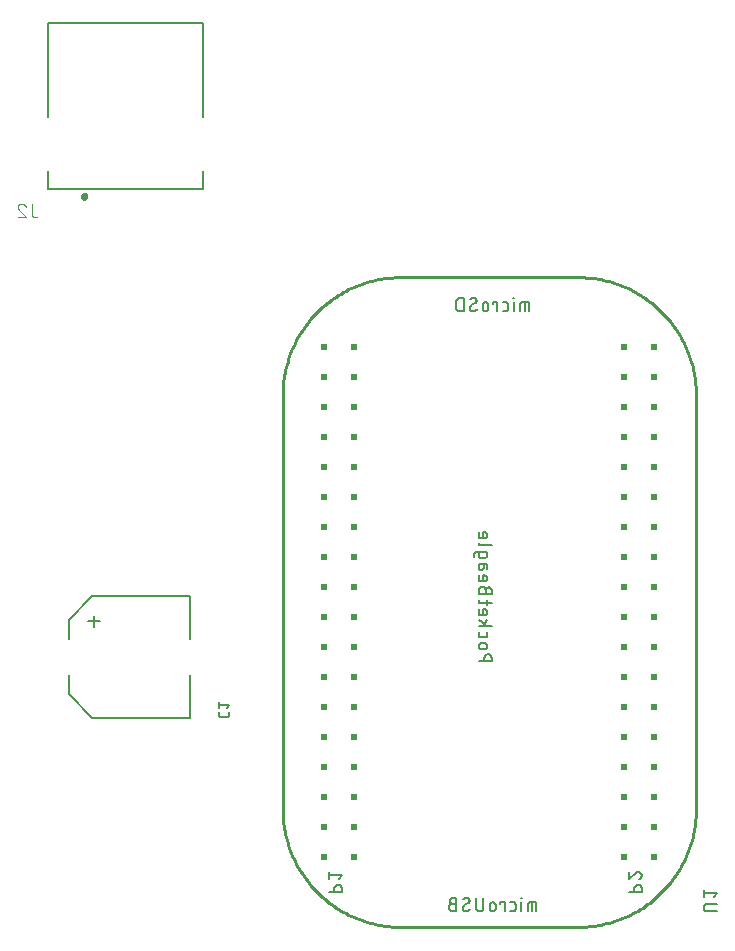
<source format=gbr>
G04 EAGLE Gerber RS-274X export*
G75*
%MOMM*%
%FSLAX34Y34*%
%LPD*%
%INSilkscreen Bottom*%
%IPPOS*%
%AMOC8*
5,1,8,0,0,1.08239X$1,22.5*%
G01*
%ADD10R,0.508000X0.508000*%
%ADD11C,0.254000*%
%ADD12C,0.152400*%
%ADD13C,0.127000*%
%ADD14C,0.300000*%
%ADD15C,0.101600*%


D10*
X469640Y59100D03*
X495040Y59100D03*
X495040Y84500D03*
X469640Y84500D03*
X495040Y109900D03*
X469640Y109900D03*
X495040Y135300D03*
X495040Y160700D03*
X495040Y186100D03*
X469640Y135300D03*
X469640Y160700D03*
X469640Y186100D03*
X495040Y211500D03*
X469640Y211500D03*
X495040Y236900D03*
X469640Y236900D03*
X495040Y262300D03*
X469640Y262300D03*
X495040Y287700D03*
X469640Y287700D03*
X495040Y313100D03*
X469640Y313100D03*
X495040Y338500D03*
X469640Y338500D03*
X495040Y363900D03*
X469640Y363900D03*
X495040Y389300D03*
X469640Y389300D03*
X495040Y414700D03*
X469640Y414700D03*
X495040Y440100D03*
X469640Y440100D03*
X495040Y465500D03*
X469640Y465500D03*
X495040Y490900D03*
X469640Y490900D03*
X723640Y59100D03*
X749040Y59100D03*
X749040Y84500D03*
X723640Y84500D03*
X749040Y109900D03*
X723640Y109900D03*
X749040Y135300D03*
X749040Y160700D03*
X749040Y186100D03*
X723640Y135300D03*
X723640Y160700D03*
X723640Y186100D03*
X749040Y211500D03*
X723640Y211500D03*
X749040Y236900D03*
X723640Y236900D03*
X749040Y262300D03*
X723640Y262300D03*
X749040Y287700D03*
X723640Y287700D03*
X749040Y313100D03*
X723640Y313100D03*
X749040Y338500D03*
X723640Y338500D03*
X749040Y363900D03*
X723640Y363900D03*
X749040Y389300D03*
X723640Y389300D03*
X749040Y414700D03*
X723640Y414700D03*
X749040Y440100D03*
X723640Y440100D03*
X749040Y465500D03*
X723640Y465500D03*
X749040Y490900D03*
X723640Y490900D03*
D11*
X784340Y450000D02*
X784340Y100000D01*
X784311Y97584D01*
X784223Y95169D01*
X784077Y92757D01*
X783873Y90349D01*
X783611Y87946D01*
X783291Y85551D01*
X782913Y83164D01*
X782477Y80787D01*
X781984Y78422D01*
X781434Y76068D01*
X780828Y73729D01*
X780165Y71405D01*
X779446Y69098D01*
X778671Y66809D01*
X777842Y64540D01*
X776957Y62291D01*
X776019Y60064D01*
X775027Y57860D01*
X773983Y55681D01*
X772886Y53528D01*
X771737Y51402D01*
X770537Y49304D01*
X769287Y47236D01*
X767987Y45199D01*
X766638Y43194D01*
X765242Y41221D01*
X763798Y39284D01*
X762307Y37381D01*
X760772Y35516D01*
X759191Y33688D01*
X757567Y31898D01*
X755900Y30149D01*
X754191Y28440D01*
X752442Y26773D01*
X750652Y25149D01*
X748824Y23568D01*
X746959Y22033D01*
X745056Y20542D01*
X743119Y19098D01*
X741146Y17702D01*
X739141Y16353D01*
X737104Y15053D01*
X735036Y13803D01*
X732938Y12603D01*
X730812Y11454D01*
X728659Y10357D01*
X726480Y9313D01*
X724276Y8321D01*
X722049Y7383D01*
X719800Y6498D01*
X717531Y5669D01*
X715242Y4894D01*
X712935Y4175D01*
X710611Y3512D01*
X708272Y2906D01*
X705918Y2356D01*
X703553Y1863D01*
X701176Y1427D01*
X698789Y1049D01*
X696394Y729D01*
X693991Y467D01*
X691583Y263D01*
X689171Y117D01*
X686756Y29D01*
X684340Y0D01*
X534340Y0D01*
X531924Y29D01*
X529509Y117D01*
X527097Y263D01*
X524689Y467D01*
X522286Y729D01*
X519891Y1049D01*
X517504Y1427D01*
X515127Y1863D01*
X512762Y2356D01*
X510408Y2906D01*
X508069Y3512D01*
X505745Y4175D01*
X503438Y4894D01*
X501149Y5669D01*
X498880Y6498D01*
X496631Y7383D01*
X494404Y8321D01*
X492200Y9313D01*
X490021Y10357D01*
X487868Y11454D01*
X485742Y12603D01*
X483644Y13803D01*
X481576Y15053D01*
X479539Y16353D01*
X477534Y17702D01*
X475561Y19098D01*
X473624Y20542D01*
X471721Y22033D01*
X469856Y23568D01*
X468028Y25149D01*
X466238Y26773D01*
X464489Y28440D01*
X462780Y30149D01*
X461113Y31898D01*
X459489Y33688D01*
X457908Y35516D01*
X456373Y37381D01*
X454882Y39284D01*
X453438Y41221D01*
X452042Y43194D01*
X450693Y45199D01*
X449393Y47236D01*
X448143Y49304D01*
X446943Y51402D01*
X445794Y53528D01*
X444697Y55681D01*
X443653Y57860D01*
X442661Y60064D01*
X441723Y62291D01*
X440838Y64540D01*
X440009Y66809D01*
X439234Y69098D01*
X438515Y71405D01*
X437852Y73729D01*
X437246Y76068D01*
X436696Y78422D01*
X436203Y80787D01*
X435767Y83164D01*
X435389Y85551D01*
X435069Y87946D01*
X434807Y90349D01*
X434603Y92757D01*
X434457Y95169D01*
X434369Y97584D01*
X434340Y100000D01*
X434340Y450000D01*
X434369Y452416D01*
X434457Y454831D01*
X434603Y457243D01*
X434807Y459651D01*
X435069Y462054D01*
X435389Y464449D01*
X435767Y466836D01*
X436203Y469213D01*
X436696Y471578D01*
X437246Y473932D01*
X437852Y476271D01*
X438515Y478595D01*
X439234Y480902D01*
X440009Y483191D01*
X440838Y485460D01*
X441723Y487709D01*
X442661Y489936D01*
X443653Y492140D01*
X444697Y494319D01*
X445794Y496472D01*
X446943Y498598D01*
X448143Y500696D01*
X449393Y502764D01*
X450693Y504801D01*
X452042Y506806D01*
X453438Y508779D01*
X454882Y510716D01*
X456373Y512619D01*
X457908Y514484D01*
X459489Y516312D01*
X461113Y518102D01*
X462780Y519851D01*
X464489Y521560D01*
X466238Y523227D01*
X468028Y524851D01*
X469856Y526432D01*
X471721Y527967D01*
X473624Y529458D01*
X475561Y530902D01*
X477534Y532298D01*
X479539Y533647D01*
X481576Y534947D01*
X483644Y536197D01*
X485742Y537397D01*
X487868Y538546D01*
X490021Y539643D01*
X492200Y540687D01*
X494404Y541679D01*
X496631Y542617D01*
X498880Y543502D01*
X501149Y544331D01*
X503438Y545106D01*
X505745Y545825D01*
X508069Y546488D01*
X510408Y547094D01*
X512762Y547644D01*
X515127Y548137D01*
X517504Y548573D01*
X519891Y548951D01*
X522286Y549271D01*
X524689Y549533D01*
X527097Y549737D01*
X529509Y549883D01*
X531924Y549971D01*
X534340Y550000D01*
X684340Y550000D01*
X686756Y549971D01*
X689171Y549883D01*
X691583Y549737D01*
X693991Y549533D01*
X696394Y549271D01*
X698789Y548951D01*
X701176Y548573D01*
X703553Y548137D01*
X705918Y547644D01*
X708272Y547094D01*
X710611Y546488D01*
X712935Y545825D01*
X715242Y545106D01*
X717531Y544331D01*
X719800Y543502D01*
X722049Y542617D01*
X724276Y541679D01*
X726480Y540687D01*
X728659Y539643D01*
X730812Y538546D01*
X732938Y537397D01*
X735036Y536197D01*
X737104Y534947D01*
X739141Y533647D01*
X741146Y532298D01*
X743119Y530902D01*
X745056Y529458D01*
X746959Y527967D01*
X748824Y526432D01*
X750652Y524851D01*
X752442Y523227D01*
X754191Y521560D01*
X755900Y519851D01*
X757567Y518102D01*
X759191Y516312D01*
X760772Y514484D01*
X762307Y512619D01*
X763798Y510716D01*
X765242Y508779D01*
X766638Y506806D01*
X767987Y504801D01*
X769287Y502764D01*
X770537Y500696D01*
X771737Y498598D01*
X772886Y496472D01*
X773983Y494319D01*
X775027Y492140D01*
X776019Y489936D01*
X776957Y487709D01*
X777842Y485460D01*
X778671Y483191D01*
X779446Y480902D01*
X780165Y478595D01*
X780828Y476271D01*
X781434Y473932D01*
X781984Y471578D01*
X782477Y469213D01*
X782913Y466836D01*
X783291Y464449D01*
X783611Y462054D01*
X783873Y459651D01*
X784077Y457243D01*
X784223Y454831D01*
X784311Y452416D01*
X784340Y450000D01*
D12*
X642987Y521462D02*
X642987Y528913D01*
X637399Y528913D01*
X637313Y528911D01*
X637227Y528905D01*
X637142Y528895D01*
X637057Y528881D01*
X636972Y528864D01*
X636889Y528842D01*
X636807Y528816D01*
X636726Y528787D01*
X636647Y528754D01*
X636569Y528718D01*
X636492Y528678D01*
X636418Y528634D01*
X636346Y528587D01*
X636276Y528537D01*
X636209Y528483D01*
X636144Y528427D01*
X636082Y528367D01*
X636022Y528305D01*
X635966Y528240D01*
X635912Y528173D01*
X635862Y528103D01*
X635815Y528031D01*
X635771Y527957D01*
X635731Y527880D01*
X635695Y527803D01*
X635662Y527723D01*
X635633Y527642D01*
X635607Y527560D01*
X635585Y527477D01*
X635568Y527392D01*
X635554Y527307D01*
X635544Y527222D01*
X635538Y527136D01*
X635536Y527050D01*
X635536Y521462D01*
X639262Y521462D02*
X639262Y528913D01*
X630118Y528913D02*
X630118Y521462D01*
X630428Y532017D02*
X630428Y532638D01*
X629807Y532638D01*
X629807Y532017D01*
X630428Y532017D01*
X623483Y521462D02*
X620999Y521462D01*
X623483Y521462D02*
X623567Y521464D01*
X623650Y521470D01*
X623733Y521479D01*
X623816Y521492D01*
X623898Y521509D01*
X623979Y521529D01*
X624059Y521553D01*
X624138Y521581D01*
X624215Y521612D01*
X624291Y521646D01*
X624366Y521684D01*
X624439Y521726D01*
X624509Y521770D01*
X624578Y521818D01*
X624645Y521868D01*
X624709Y521922D01*
X624770Y521978D01*
X624830Y522038D01*
X624886Y522099D01*
X624940Y522163D01*
X624990Y522230D01*
X625038Y522299D01*
X625082Y522369D01*
X625124Y522442D01*
X625162Y522517D01*
X625196Y522593D01*
X625227Y522670D01*
X625255Y522749D01*
X625279Y522829D01*
X625299Y522910D01*
X625316Y522992D01*
X625329Y523075D01*
X625339Y523158D01*
X625344Y523241D01*
X625346Y523325D01*
X625346Y527050D01*
X625344Y527134D01*
X625339Y527217D01*
X625329Y527300D01*
X625316Y527383D01*
X625299Y527465D01*
X625279Y527546D01*
X625255Y527626D01*
X625227Y527705D01*
X625196Y527782D01*
X625162Y527858D01*
X625124Y527933D01*
X625082Y528006D01*
X625038Y528076D01*
X624990Y528145D01*
X624940Y528212D01*
X624886Y528276D01*
X624830Y528337D01*
X624770Y528397D01*
X624709Y528453D01*
X624645Y528507D01*
X624578Y528557D01*
X624509Y528605D01*
X624439Y528649D01*
X624366Y528691D01*
X624291Y528729D01*
X624215Y528763D01*
X624138Y528794D01*
X624059Y528822D01*
X623979Y528846D01*
X623898Y528866D01*
X623816Y528883D01*
X623733Y528896D01*
X623650Y528906D01*
X623567Y528911D01*
X623483Y528913D01*
X620999Y528913D01*
X616135Y528913D02*
X616135Y521462D01*
X616135Y528913D02*
X612410Y528913D01*
X612410Y527671D01*
X608598Y526429D02*
X608598Y523946D01*
X608599Y526429D02*
X608597Y526528D01*
X608591Y526626D01*
X608581Y526725D01*
X608568Y526822D01*
X608550Y526920D01*
X608529Y527016D01*
X608503Y527112D01*
X608474Y527206D01*
X608442Y527299D01*
X608405Y527391D01*
X608365Y527481D01*
X608321Y527570D01*
X608274Y527657D01*
X608224Y527742D01*
X608170Y527824D01*
X608113Y527905D01*
X608053Y527983D01*
X607989Y528059D01*
X607923Y528132D01*
X607854Y528203D01*
X607782Y528271D01*
X607707Y528335D01*
X607630Y528397D01*
X607551Y528456D01*
X607469Y528511D01*
X607385Y528564D01*
X607300Y528612D01*
X607212Y528658D01*
X607122Y528700D01*
X607031Y528738D01*
X606939Y528772D01*
X606845Y528803D01*
X606750Y528830D01*
X606654Y528854D01*
X606557Y528873D01*
X606460Y528889D01*
X606362Y528901D01*
X606263Y528909D01*
X606164Y528913D01*
X606066Y528913D01*
X605967Y528909D01*
X605868Y528901D01*
X605770Y528889D01*
X605673Y528873D01*
X605576Y528854D01*
X605480Y528830D01*
X605385Y528803D01*
X605291Y528772D01*
X605199Y528738D01*
X605108Y528700D01*
X605018Y528658D01*
X604930Y528612D01*
X604845Y528564D01*
X604761Y528511D01*
X604679Y528456D01*
X604600Y528397D01*
X604523Y528335D01*
X604448Y528271D01*
X604376Y528203D01*
X604307Y528132D01*
X604241Y528059D01*
X604177Y527983D01*
X604117Y527905D01*
X604060Y527824D01*
X604006Y527742D01*
X603956Y527657D01*
X603909Y527570D01*
X603865Y527481D01*
X603825Y527391D01*
X603788Y527299D01*
X603756Y527206D01*
X603727Y527112D01*
X603701Y527016D01*
X603680Y526920D01*
X603662Y526822D01*
X603649Y526725D01*
X603639Y526626D01*
X603633Y526528D01*
X603631Y526429D01*
X603631Y523946D01*
X603633Y523847D01*
X603639Y523749D01*
X603649Y523650D01*
X603662Y523553D01*
X603680Y523455D01*
X603701Y523359D01*
X603727Y523263D01*
X603756Y523169D01*
X603788Y523076D01*
X603825Y522984D01*
X603865Y522894D01*
X603909Y522805D01*
X603956Y522718D01*
X604006Y522633D01*
X604060Y522551D01*
X604117Y522470D01*
X604177Y522392D01*
X604241Y522316D01*
X604307Y522243D01*
X604376Y522172D01*
X604448Y522104D01*
X604523Y522040D01*
X604600Y521978D01*
X604679Y521919D01*
X604761Y521864D01*
X604845Y521811D01*
X604930Y521763D01*
X605018Y521717D01*
X605108Y521675D01*
X605199Y521637D01*
X605291Y521603D01*
X605385Y521572D01*
X605480Y521545D01*
X605576Y521521D01*
X605673Y521502D01*
X605770Y521486D01*
X605868Y521474D01*
X605967Y521466D01*
X606066Y521462D01*
X606164Y521462D01*
X606263Y521466D01*
X606362Y521474D01*
X606460Y521486D01*
X606557Y521502D01*
X606654Y521521D01*
X606750Y521545D01*
X606845Y521572D01*
X606939Y521603D01*
X607031Y521637D01*
X607122Y521675D01*
X607212Y521717D01*
X607300Y521763D01*
X607385Y521811D01*
X607469Y521864D01*
X607551Y521919D01*
X607630Y521978D01*
X607707Y522040D01*
X607782Y522104D01*
X607854Y522172D01*
X607923Y522243D01*
X607989Y522316D01*
X608053Y522392D01*
X608113Y522470D01*
X608170Y522551D01*
X608224Y522633D01*
X608274Y522718D01*
X608321Y522805D01*
X608365Y522894D01*
X608405Y522984D01*
X608442Y523076D01*
X608474Y523169D01*
X608503Y523263D01*
X608529Y523359D01*
X608550Y523455D01*
X608568Y523553D01*
X608581Y523650D01*
X608591Y523749D01*
X608597Y523847D01*
X608599Y523946D01*
X595207Y521462D02*
X595109Y521464D01*
X595012Y521470D01*
X594915Y521479D01*
X594818Y521493D01*
X594722Y521510D01*
X594627Y521531D01*
X594533Y521555D01*
X594439Y521584D01*
X594347Y521616D01*
X594256Y521651D01*
X594167Y521690D01*
X594079Y521733D01*
X593993Y521779D01*
X593909Y521828D01*
X593827Y521881D01*
X593747Y521936D01*
X593669Y521995D01*
X593594Y522057D01*
X593521Y522122D01*
X593451Y522190D01*
X593383Y522260D01*
X593318Y522333D01*
X593256Y522408D01*
X593197Y522486D01*
X593142Y522566D01*
X593089Y522648D01*
X593040Y522732D01*
X592994Y522818D01*
X592951Y522906D01*
X592912Y522995D01*
X592877Y523086D01*
X592845Y523178D01*
X592816Y523272D01*
X592792Y523366D01*
X592771Y523461D01*
X592754Y523557D01*
X592740Y523654D01*
X592731Y523751D01*
X592725Y523848D01*
X592723Y523946D01*
X595207Y521462D02*
X595350Y521464D01*
X595493Y521470D01*
X595635Y521479D01*
X595777Y521493D01*
X595919Y521511D01*
X596060Y521532D01*
X596201Y521557D01*
X596341Y521586D01*
X596480Y521619D01*
X596618Y521655D01*
X596755Y521696D01*
X596891Y521740D01*
X597025Y521787D01*
X597159Y521839D01*
X597290Y521893D01*
X597421Y521952D01*
X597549Y522014D01*
X597676Y522079D01*
X597801Y522148D01*
X597925Y522221D01*
X598046Y522296D01*
X598165Y522375D01*
X598282Y522457D01*
X598396Y522543D01*
X598508Y522631D01*
X598618Y522722D01*
X598725Y522817D01*
X598830Y522914D01*
X598932Y523014D01*
X598622Y530154D02*
X598620Y530252D01*
X598614Y530349D01*
X598605Y530446D01*
X598591Y530543D01*
X598574Y530639D01*
X598553Y530734D01*
X598529Y530828D01*
X598500Y530922D01*
X598468Y531014D01*
X598433Y531105D01*
X598394Y531194D01*
X598351Y531282D01*
X598305Y531368D01*
X598256Y531452D01*
X598203Y531534D01*
X598148Y531614D01*
X598089Y531692D01*
X598027Y531767D01*
X597962Y531840D01*
X597894Y531910D01*
X597824Y531978D01*
X597751Y532043D01*
X597676Y532105D01*
X597598Y532164D01*
X597518Y532219D01*
X597436Y532272D01*
X597352Y532321D01*
X597266Y532367D01*
X597178Y532410D01*
X597089Y532449D01*
X596998Y532484D01*
X596906Y532516D01*
X596812Y532545D01*
X596718Y532569D01*
X596623Y532590D01*
X596527Y532607D01*
X596430Y532621D01*
X596333Y532630D01*
X596236Y532636D01*
X596138Y532638D01*
X596008Y532636D01*
X595878Y532631D01*
X595748Y532622D01*
X595618Y532609D01*
X595489Y532593D01*
X595360Y532573D01*
X595232Y532549D01*
X595104Y532522D01*
X594978Y532491D01*
X594852Y532457D01*
X594727Y532419D01*
X594604Y532378D01*
X594481Y532333D01*
X594360Y532285D01*
X594240Y532234D01*
X594122Y532179D01*
X594006Y532121D01*
X593891Y532060D01*
X593777Y531995D01*
X593666Y531928D01*
X593557Y531857D01*
X593449Y531783D01*
X593344Y531707D01*
X597379Y527981D02*
X597462Y528032D01*
X597543Y528086D01*
X597621Y528143D01*
X597697Y528203D01*
X597771Y528266D01*
X597842Y528332D01*
X597911Y528400D01*
X597977Y528471D01*
X598041Y528544D01*
X598101Y528620D01*
X598158Y528698D01*
X598213Y528779D01*
X598264Y528861D01*
X598312Y528945D01*
X598357Y529031D01*
X598399Y529119D01*
X598437Y529208D01*
X598471Y529298D01*
X598503Y529390D01*
X598530Y529483D01*
X598554Y529577D01*
X598575Y529672D01*
X598591Y529768D01*
X598604Y529864D01*
X598614Y529960D01*
X598619Y530057D01*
X598621Y530154D01*
X593966Y526119D02*
X593883Y526068D01*
X593802Y526014D01*
X593724Y525957D01*
X593648Y525897D01*
X593574Y525834D01*
X593503Y525768D01*
X593434Y525700D01*
X593368Y525629D01*
X593304Y525556D01*
X593244Y525480D01*
X593187Y525402D01*
X593132Y525321D01*
X593081Y525239D01*
X593033Y525155D01*
X592988Y525069D01*
X592946Y524981D01*
X592908Y524892D01*
X592874Y524802D01*
X592842Y524710D01*
X592815Y524617D01*
X592791Y524523D01*
X592770Y524428D01*
X592754Y524332D01*
X592741Y524236D01*
X592731Y524140D01*
X592726Y524043D01*
X592724Y523946D01*
X593965Y526119D02*
X597380Y527981D01*
X587502Y532638D02*
X587502Y521462D01*
X587502Y532638D02*
X584398Y532638D01*
X584287Y532636D01*
X584177Y532630D01*
X584066Y532620D01*
X583956Y532606D01*
X583847Y532589D01*
X583738Y532567D01*
X583630Y532542D01*
X583524Y532512D01*
X583418Y532479D01*
X583313Y532442D01*
X583210Y532402D01*
X583109Y532357D01*
X583009Y532310D01*
X582910Y532258D01*
X582814Y532203D01*
X582720Y532145D01*
X582628Y532084D01*
X582538Y532019D01*
X582450Y531951D01*
X582365Y531880D01*
X582283Y531806D01*
X582203Y531729D01*
X582126Y531649D01*
X582052Y531567D01*
X581981Y531482D01*
X581913Y531394D01*
X581848Y531304D01*
X581787Y531212D01*
X581729Y531118D01*
X581674Y531022D01*
X581622Y530923D01*
X581575Y530823D01*
X581530Y530722D01*
X581490Y530619D01*
X581453Y530514D01*
X581420Y530408D01*
X581390Y530302D01*
X581365Y530194D01*
X581343Y530085D01*
X581326Y529976D01*
X581312Y529866D01*
X581302Y529755D01*
X581296Y529645D01*
X581294Y529534D01*
X581293Y529534D02*
X581293Y524566D01*
X581294Y524566D02*
X581296Y524455D01*
X581302Y524345D01*
X581312Y524234D01*
X581326Y524124D01*
X581343Y524015D01*
X581365Y523906D01*
X581390Y523798D01*
X581420Y523692D01*
X581453Y523586D01*
X581490Y523481D01*
X581530Y523378D01*
X581575Y523277D01*
X581622Y523177D01*
X581674Y523078D01*
X581729Y522982D01*
X581787Y522888D01*
X581848Y522796D01*
X581913Y522706D01*
X581981Y522618D01*
X582052Y522533D01*
X582126Y522451D01*
X582203Y522371D01*
X582283Y522294D01*
X582365Y522220D01*
X582450Y522149D01*
X582538Y522081D01*
X582628Y522016D01*
X582720Y521955D01*
X582814Y521897D01*
X582910Y521842D01*
X583009Y521790D01*
X583109Y521743D01*
X583210Y521698D01*
X583313Y521658D01*
X583418Y521621D01*
X583524Y521588D01*
X583630Y521558D01*
X583738Y521533D01*
X583847Y521511D01*
X583956Y521494D01*
X584066Y521480D01*
X584177Y521470D01*
X584287Y521464D01*
X584398Y521462D01*
X587502Y521462D01*
X649189Y20913D02*
X649189Y13462D01*
X649189Y20913D02*
X643601Y20913D01*
X643515Y20911D01*
X643429Y20905D01*
X643344Y20895D01*
X643259Y20881D01*
X643174Y20864D01*
X643091Y20842D01*
X643009Y20816D01*
X642928Y20787D01*
X642849Y20754D01*
X642771Y20718D01*
X642694Y20678D01*
X642620Y20634D01*
X642548Y20587D01*
X642478Y20537D01*
X642411Y20483D01*
X642346Y20427D01*
X642284Y20367D01*
X642224Y20305D01*
X642168Y20240D01*
X642114Y20173D01*
X642064Y20103D01*
X642017Y20031D01*
X641973Y19957D01*
X641933Y19880D01*
X641897Y19803D01*
X641864Y19723D01*
X641835Y19642D01*
X641809Y19560D01*
X641787Y19477D01*
X641770Y19392D01*
X641756Y19307D01*
X641746Y19222D01*
X641740Y19136D01*
X641738Y19050D01*
X641738Y13462D01*
X645463Y13462D02*
X645463Y20913D01*
X636319Y20913D02*
X636319Y13462D01*
X636630Y24017D02*
X636630Y24638D01*
X636009Y24638D01*
X636009Y24017D01*
X636630Y24017D01*
X629685Y13462D02*
X627201Y13462D01*
X629685Y13462D02*
X629769Y13464D01*
X629852Y13470D01*
X629935Y13479D01*
X630018Y13492D01*
X630100Y13509D01*
X630181Y13529D01*
X630261Y13553D01*
X630340Y13581D01*
X630417Y13612D01*
X630493Y13646D01*
X630568Y13684D01*
X630641Y13726D01*
X630711Y13770D01*
X630780Y13818D01*
X630847Y13868D01*
X630911Y13922D01*
X630972Y13978D01*
X631032Y14038D01*
X631088Y14099D01*
X631142Y14163D01*
X631192Y14230D01*
X631240Y14299D01*
X631284Y14369D01*
X631326Y14442D01*
X631364Y14517D01*
X631398Y14593D01*
X631429Y14670D01*
X631457Y14749D01*
X631481Y14829D01*
X631501Y14910D01*
X631518Y14992D01*
X631531Y15075D01*
X631541Y15158D01*
X631546Y15241D01*
X631548Y15325D01*
X631547Y15325D02*
X631547Y19050D01*
X631548Y19050D02*
X631546Y19134D01*
X631541Y19217D01*
X631531Y19300D01*
X631518Y19383D01*
X631501Y19465D01*
X631481Y19546D01*
X631457Y19626D01*
X631429Y19705D01*
X631398Y19782D01*
X631364Y19858D01*
X631326Y19933D01*
X631284Y20006D01*
X631240Y20076D01*
X631192Y20145D01*
X631142Y20212D01*
X631088Y20276D01*
X631032Y20337D01*
X630972Y20397D01*
X630911Y20453D01*
X630847Y20507D01*
X630780Y20557D01*
X630711Y20605D01*
X630641Y20649D01*
X630568Y20691D01*
X630493Y20729D01*
X630417Y20763D01*
X630340Y20794D01*
X630261Y20822D01*
X630181Y20846D01*
X630100Y20866D01*
X630018Y20883D01*
X629935Y20896D01*
X629852Y20906D01*
X629769Y20911D01*
X629685Y20913D01*
X627201Y20913D01*
X622337Y20913D02*
X622337Y13462D01*
X622337Y20913D02*
X618612Y20913D01*
X618612Y19671D01*
X614800Y18429D02*
X614800Y15946D01*
X614800Y18429D02*
X614798Y18528D01*
X614792Y18626D01*
X614782Y18725D01*
X614769Y18822D01*
X614751Y18920D01*
X614730Y19016D01*
X614704Y19112D01*
X614675Y19206D01*
X614643Y19299D01*
X614606Y19391D01*
X614566Y19481D01*
X614522Y19570D01*
X614475Y19657D01*
X614425Y19742D01*
X614371Y19824D01*
X614314Y19905D01*
X614254Y19983D01*
X614190Y20059D01*
X614124Y20132D01*
X614055Y20203D01*
X613983Y20271D01*
X613908Y20335D01*
X613831Y20397D01*
X613752Y20456D01*
X613670Y20511D01*
X613586Y20564D01*
X613501Y20612D01*
X613413Y20658D01*
X613323Y20700D01*
X613232Y20738D01*
X613140Y20772D01*
X613046Y20803D01*
X612951Y20830D01*
X612855Y20854D01*
X612758Y20873D01*
X612661Y20889D01*
X612563Y20901D01*
X612464Y20909D01*
X612365Y20913D01*
X612267Y20913D01*
X612168Y20909D01*
X612069Y20901D01*
X611971Y20889D01*
X611874Y20873D01*
X611777Y20854D01*
X611681Y20830D01*
X611586Y20803D01*
X611492Y20772D01*
X611400Y20738D01*
X611309Y20700D01*
X611219Y20658D01*
X611131Y20612D01*
X611046Y20564D01*
X610962Y20511D01*
X610880Y20456D01*
X610801Y20397D01*
X610724Y20335D01*
X610649Y20271D01*
X610577Y20203D01*
X610508Y20132D01*
X610442Y20059D01*
X610378Y19983D01*
X610318Y19905D01*
X610261Y19824D01*
X610207Y19742D01*
X610157Y19657D01*
X610110Y19570D01*
X610066Y19481D01*
X610026Y19391D01*
X609989Y19299D01*
X609957Y19206D01*
X609928Y19112D01*
X609902Y19016D01*
X609881Y18920D01*
X609863Y18822D01*
X609850Y18725D01*
X609840Y18626D01*
X609834Y18528D01*
X609832Y18429D01*
X609833Y18429D02*
X609833Y15946D01*
X609832Y15946D02*
X609834Y15847D01*
X609840Y15749D01*
X609850Y15650D01*
X609863Y15553D01*
X609881Y15455D01*
X609902Y15359D01*
X609928Y15263D01*
X609957Y15169D01*
X609989Y15076D01*
X610026Y14984D01*
X610066Y14894D01*
X610110Y14805D01*
X610157Y14718D01*
X610207Y14633D01*
X610261Y14551D01*
X610318Y14470D01*
X610378Y14392D01*
X610442Y14316D01*
X610508Y14243D01*
X610577Y14172D01*
X610649Y14104D01*
X610724Y14040D01*
X610801Y13978D01*
X610880Y13919D01*
X610962Y13864D01*
X611046Y13811D01*
X611131Y13763D01*
X611219Y13717D01*
X611309Y13675D01*
X611400Y13637D01*
X611492Y13603D01*
X611586Y13572D01*
X611681Y13545D01*
X611777Y13521D01*
X611874Y13502D01*
X611971Y13486D01*
X612069Y13474D01*
X612168Y13466D01*
X612267Y13462D01*
X612365Y13462D01*
X612464Y13466D01*
X612563Y13474D01*
X612661Y13486D01*
X612758Y13502D01*
X612855Y13521D01*
X612951Y13545D01*
X613046Y13572D01*
X613140Y13603D01*
X613232Y13637D01*
X613323Y13675D01*
X613413Y13717D01*
X613501Y13763D01*
X613586Y13811D01*
X613670Y13864D01*
X613752Y13919D01*
X613831Y13978D01*
X613908Y14040D01*
X613983Y14104D01*
X614055Y14172D01*
X614124Y14243D01*
X614190Y14316D01*
X614254Y14392D01*
X614314Y14470D01*
X614371Y14551D01*
X614425Y14633D01*
X614475Y14718D01*
X614522Y14805D01*
X614566Y14894D01*
X614606Y14984D01*
X614643Y15076D01*
X614675Y15169D01*
X614704Y15263D01*
X614730Y15359D01*
X614751Y15455D01*
X614769Y15553D01*
X614782Y15650D01*
X614792Y15749D01*
X614798Y15847D01*
X614800Y15946D01*
X604372Y16566D02*
X604372Y24638D01*
X604371Y16566D02*
X604369Y16455D01*
X604363Y16345D01*
X604353Y16234D01*
X604339Y16124D01*
X604322Y16015D01*
X604300Y15906D01*
X604275Y15798D01*
X604245Y15692D01*
X604212Y15586D01*
X604175Y15481D01*
X604135Y15378D01*
X604090Y15277D01*
X604043Y15177D01*
X603991Y15078D01*
X603936Y14982D01*
X603878Y14888D01*
X603817Y14796D01*
X603752Y14706D01*
X603684Y14618D01*
X603613Y14533D01*
X603539Y14451D01*
X603462Y14371D01*
X603382Y14294D01*
X603300Y14220D01*
X603215Y14149D01*
X603127Y14081D01*
X603037Y14016D01*
X602945Y13955D01*
X602851Y13897D01*
X602755Y13842D01*
X602656Y13790D01*
X602556Y13743D01*
X602455Y13698D01*
X602352Y13658D01*
X602247Y13621D01*
X602141Y13588D01*
X602035Y13558D01*
X601927Y13533D01*
X601818Y13511D01*
X601709Y13494D01*
X601599Y13480D01*
X601488Y13470D01*
X601378Y13464D01*
X601267Y13462D01*
X601156Y13464D01*
X601046Y13470D01*
X600935Y13480D01*
X600825Y13494D01*
X600716Y13511D01*
X600607Y13533D01*
X600499Y13558D01*
X600393Y13588D01*
X600287Y13621D01*
X600182Y13658D01*
X600079Y13698D01*
X599978Y13743D01*
X599878Y13790D01*
X599779Y13842D01*
X599683Y13897D01*
X599589Y13955D01*
X599497Y14016D01*
X599407Y14081D01*
X599319Y14149D01*
X599234Y14220D01*
X599152Y14294D01*
X599072Y14371D01*
X598995Y14451D01*
X598921Y14533D01*
X598850Y14618D01*
X598782Y14706D01*
X598717Y14796D01*
X598656Y14888D01*
X598598Y14982D01*
X598543Y15078D01*
X598491Y15177D01*
X598444Y15277D01*
X598399Y15378D01*
X598359Y15481D01*
X598322Y15586D01*
X598289Y15692D01*
X598259Y15798D01*
X598234Y15906D01*
X598212Y16015D01*
X598195Y16124D01*
X598181Y16234D01*
X598171Y16345D01*
X598165Y16455D01*
X598163Y16566D01*
X598163Y24638D01*
X589217Y13462D02*
X589119Y13464D01*
X589022Y13470D01*
X588925Y13479D01*
X588828Y13493D01*
X588732Y13510D01*
X588637Y13531D01*
X588543Y13555D01*
X588449Y13584D01*
X588357Y13616D01*
X588266Y13651D01*
X588177Y13690D01*
X588089Y13733D01*
X588003Y13779D01*
X587919Y13828D01*
X587837Y13881D01*
X587757Y13936D01*
X587679Y13995D01*
X587604Y14057D01*
X587531Y14122D01*
X587461Y14190D01*
X587393Y14260D01*
X587328Y14333D01*
X587266Y14408D01*
X587207Y14486D01*
X587152Y14566D01*
X587099Y14648D01*
X587050Y14732D01*
X587004Y14818D01*
X586961Y14906D01*
X586922Y14995D01*
X586887Y15086D01*
X586855Y15178D01*
X586826Y15272D01*
X586802Y15366D01*
X586781Y15461D01*
X586764Y15557D01*
X586750Y15654D01*
X586741Y15751D01*
X586735Y15848D01*
X586733Y15946D01*
X589217Y13462D02*
X589360Y13464D01*
X589503Y13470D01*
X589645Y13479D01*
X589787Y13493D01*
X589929Y13511D01*
X590070Y13532D01*
X590211Y13557D01*
X590351Y13586D01*
X590490Y13619D01*
X590628Y13655D01*
X590765Y13696D01*
X590901Y13740D01*
X591035Y13787D01*
X591169Y13839D01*
X591300Y13893D01*
X591431Y13952D01*
X591559Y14014D01*
X591686Y14079D01*
X591811Y14148D01*
X591935Y14221D01*
X592056Y14296D01*
X592175Y14375D01*
X592292Y14457D01*
X592406Y14543D01*
X592518Y14631D01*
X592628Y14722D01*
X592735Y14817D01*
X592840Y14914D01*
X592942Y15014D01*
X592632Y22154D02*
X592630Y22252D01*
X592624Y22349D01*
X592615Y22446D01*
X592601Y22543D01*
X592584Y22639D01*
X592563Y22734D01*
X592539Y22828D01*
X592510Y22922D01*
X592478Y23014D01*
X592443Y23105D01*
X592404Y23194D01*
X592361Y23282D01*
X592315Y23368D01*
X592266Y23452D01*
X592213Y23534D01*
X592158Y23614D01*
X592099Y23692D01*
X592037Y23767D01*
X591972Y23840D01*
X591904Y23910D01*
X591834Y23978D01*
X591761Y24043D01*
X591686Y24105D01*
X591608Y24164D01*
X591528Y24219D01*
X591446Y24272D01*
X591362Y24321D01*
X591276Y24367D01*
X591188Y24410D01*
X591099Y24449D01*
X591008Y24484D01*
X590916Y24516D01*
X590822Y24545D01*
X590728Y24569D01*
X590633Y24590D01*
X590537Y24607D01*
X590440Y24621D01*
X590343Y24630D01*
X590246Y24636D01*
X590148Y24638D01*
X590018Y24636D01*
X589888Y24631D01*
X589758Y24622D01*
X589628Y24609D01*
X589499Y24593D01*
X589370Y24573D01*
X589242Y24549D01*
X589114Y24522D01*
X588988Y24491D01*
X588862Y24457D01*
X588737Y24419D01*
X588614Y24378D01*
X588491Y24333D01*
X588370Y24285D01*
X588250Y24234D01*
X588132Y24179D01*
X588016Y24121D01*
X587901Y24060D01*
X587787Y23995D01*
X587676Y23928D01*
X587567Y23857D01*
X587459Y23783D01*
X587354Y23707D01*
X591389Y19981D02*
X591472Y20032D01*
X591553Y20086D01*
X591631Y20143D01*
X591707Y20203D01*
X591781Y20266D01*
X591852Y20332D01*
X591921Y20400D01*
X591987Y20471D01*
X592051Y20544D01*
X592111Y20620D01*
X592168Y20698D01*
X592223Y20779D01*
X592274Y20861D01*
X592322Y20945D01*
X592367Y21031D01*
X592409Y21119D01*
X592447Y21208D01*
X592481Y21298D01*
X592513Y21390D01*
X592540Y21483D01*
X592564Y21577D01*
X592585Y21672D01*
X592601Y21768D01*
X592614Y21864D01*
X592624Y21960D01*
X592629Y22057D01*
X592631Y22154D01*
X587975Y18119D02*
X587892Y18068D01*
X587811Y18014D01*
X587733Y17957D01*
X587657Y17897D01*
X587583Y17834D01*
X587512Y17768D01*
X587443Y17700D01*
X587377Y17629D01*
X587313Y17556D01*
X587253Y17480D01*
X587196Y17402D01*
X587141Y17321D01*
X587090Y17239D01*
X587042Y17155D01*
X586997Y17069D01*
X586955Y16981D01*
X586917Y16892D01*
X586883Y16802D01*
X586851Y16710D01*
X586824Y16617D01*
X586800Y16523D01*
X586779Y16428D01*
X586763Y16332D01*
X586750Y16236D01*
X586740Y16140D01*
X586735Y16043D01*
X586733Y15946D01*
X587975Y18119D02*
X591390Y19981D01*
X581300Y19671D02*
X578196Y19671D01*
X578196Y19670D02*
X578085Y19668D01*
X577975Y19662D01*
X577864Y19652D01*
X577754Y19638D01*
X577645Y19621D01*
X577536Y19599D01*
X577428Y19574D01*
X577322Y19544D01*
X577216Y19511D01*
X577111Y19474D01*
X577008Y19434D01*
X576907Y19389D01*
X576807Y19342D01*
X576708Y19290D01*
X576612Y19235D01*
X576518Y19177D01*
X576426Y19116D01*
X576336Y19051D01*
X576248Y18983D01*
X576163Y18912D01*
X576081Y18838D01*
X576001Y18761D01*
X575924Y18681D01*
X575850Y18599D01*
X575779Y18514D01*
X575711Y18426D01*
X575646Y18336D01*
X575585Y18244D01*
X575527Y18150D01*
X575472Y18054D01*
X575420Y17955D01*
X575373Y17855D01*
X575328Y17754D01*
X575288Y17651D01*
X575251Y17546D01*
X575218Y17440D01*
X575188Y17334D01*
X575163Y17226D01*
X575141Y17117D01*
X575124Y17008D01*
X575110Y16898D01*
X575100Y16787D01*
X575094Y16677D01*
X575092Y16566D01*
X575094Y16455D01*
X575100Y16345D01*
X575110Y16234D01*
X575124Y16124D01*
X575141Y16015D01*
X575163Y15906D01*
X575188Y15798D01*
X575218Y15692D01*
X575251Y15586D01*
X575288Y15481D01*
X575328Y15378D01*
X575373Y15277D01*
X575420Y15177D01*
X575472Y15078D01*
X575527Y14982D01*
X575585Y14888D01*
X575646Y14796D01*
X575711Y14706D01*
X575779Y14618D01*
X575850Y14533D01*
X575924Y14451D01*
X576001Y14371D01*
X576081Y14294D01*
X576163Y14220D01*
X576248Y14149D01*
X576336Y14081D01*
X576426Y14016D01*
X576518Y13955D01*
X576612Y13897D01*
X576708Y13842D01*
X576807Y13790D01*
X576907Y13743D01*
X577008Y13698D01*
X577111Y13658D01*
X577216Y13621D01*
X577322Y13588D01*
X577428Y13558D01*
X577536Y13533D01*
X577645Y13511D01*
X577754Y13494D01*
X577864Y13480D01*
X577975Y13470D01*
X578085Y13464D01*
X578196Y13462D01*
X581300Y13462D01*
X581300Y24638D01*
X578196Y24638D01*
X578097Y24636D01*
X577999Y24630D01*
X577900Y24620D01*
X577803Y24607D01*
X577705Y24589D01*
X577609Y24568D01*
X577513Y24542D01*
X577419Y24513D01*
X577326Y24481D01*
X577234Y24444D01*
X577144Y24404D01*
X577055Y24360D01*
X576968Y24313D01*
X576883Y24263D01*
X576801Y24209D01*
X576720Y24152D01*
X576642Y24092D01*
X576566Y24028D01*
X576493Y23962D01*
X576422Y23893D01*
X576354Y23821D01*
X576290Y23746D01*
X576228Y23669D01*
X576169Y23590D01*
X576114Y23508D01*
X576061Y23424D01*
X576013Y23339D01*
X575967Y23251D01*
X575925Y23161D01*
X575887Y23070D01*
X575853Y22978D01*
X575822Y22884D01*
X575795Y22789D01*
X575771Y22693D01*
X575752Y22596D01*
X575736Y22499D01*
X575724Y22401D01*
X575716Y22302D01*
X575712Y22203D01*
X575712Y22105D01*
X575716Y22006D01*
X575724Y21907D01*
X575736Y21809D01*
X575752Y21712D01*
X575771Y21615D01*
X575795Y21519D01*
X575822Y21424D01*
X575853Y21330D01*
X575887Y21238D01*
X575925Y21147D01*
X575967Y21057D01*
X576013Y20969D01*
X576061Y20884D01*
X576114Y20800D01*
X576169Y20718D01*
X576228Y20639D01*
X576290Y20562D01*
X576354Y20487D01*
X576422Y20415D01*
X576493Y20346D01*
X576566Y20280D01*
X576642Y20216D01*
X576720Y20156D01*
X576801Y20099D01*
X576883Y20045D01*
X576968Y19995D01*
X577055Y19948D01*
X577144Y19904D01*
X577234Y19864D01*
X577326Y19827D01*
X577419Y19795D01*
X577513Y19766D01*
X577609Y19740D01*
X577705Y19719D01*
X577803Y19701D01*
X577900Y19688D01*
X577999Y19678D01*
X578097Y19672D01*
X578196Y19670D01*
X600202Y224706D02*
X611378Y224706D01*
X611378Y227810D01*
X611376Y227921D01*
X611370Y228031D01*
X611360Y228142D01*
X611346Y228252D01*
X611329Y228361D01*
X611307Y228470D01*
X611282Y228578D01*
X611252Y228684D01*
X611219Y228790D01*
X611182Y228895D01*
X611142Y228998D01*
X611097Y229099D01*
X611050Y229199D01*
X610998Y229298D01*
X610943Y229394D01*
X610885Y229488D01*
X610824Y229580D01*
X610759Y229670D01*
X610691Y229758D01*
X610620Y229843D01*
X610546Y229925D01*
X610469Y230005D01*
X610389Y230082D01*
X610307Y230156D01*
X610222Y230227D01*
X610134Y230295D01*
X610044Y230360D01*
X609952Y230421D01*
X609858Y230479D01*
X609762Y230534D01*
X609663Y230586D01*
X609563Y230633D01*
X609462Y230678D01*
X609359Y230718D01*
X609254Y230755D01*
X609148Y230788D01*
X609042Y230818D01*
X608934Y230843D01*
X608825Y230865D01*
X608716Y230882D01*
X608606Y230896D01*
X608495Y230906D01*
X608385Y230912D01*
X608274Y230914D01*
X608163Y230912D01*
X608053Y230906D01*
X607942Y230896D01*
X607832Y230882D01*
X607723Y230865D01*
X607614Y230843D01*
X607506Y230818D01*
X607400Y230788D01*
X607294Y230755D01*
X607189Y230718D01*
X607086Y230678D01*
X606985Y230633D01*
X606885Y230586D01*
X606786Y230534D01*
X606690Y230479D01*
X606596Y230421D01*
X606504Y230360D01*
X606414Y230295D01*
X606326Y230227D01*
X606241Y230156D01*
X606159Y230082D01*
X606079Y230005D01*
X606002Y229925D01*
X605928Y229843D01*
X605857Y229758D01*
X605789Y229670D01*
X605724Y229580D01*
X605663Y229488D01*
X605605Y229394D01*
X605550Y229298D01*
X605498Y229199D01*
X605451Y229099D01*
X605406Y228998D01*
X605366Y228895D01*
X605329Y228790D01*
X605296Y228684D01*
X605266Y228578D01*
X605241Y228470D01*
X605219Y228361D01*
X605202Y228252D01*
X605188Y228142D01*
X605178Y228031D01*
X605172Y227921D01*
X605170Y227810D01*
X605169Y227810D02*
X605169Y224706D01*
X605169Y235402D02*
X602686Y235402D01*
X605169Y235401D02*
X605268Y235403D01*
X605366Y235409D01*
X605465Y235419D01*
X605562Y235432D01*
X605660Y235450D01*
X605756Y235471D01*
X605852Y235497D01*
X605946Y235526D01*
X606039Y235558D01*
X606131Y235595D01*
X606221Y235635D01*
X606310Y235679D01*
X606397Y235726D01*
X606482Y235776D01*
X606564Y235830D01*
X606645Y235887D01*
X606723Y235947D01*
X606799Y236011D01*
X606872Y236077D01*
X606943Y236146D01*
X607011Y236218D01*
X607075Y236293D01*
X607137Y236370D01*
X607196Y236449D01*
X607251Y236531D01*
X607304Y236615D01*
X607352Y236700D01*
X607398Y236788D01*
X607440Y236878D01*
X607478Y236969D01*
X607512Y237061D01*
X607543Y237155D01*
X607570Y237250D01*
X607594Y237346D01*
X607613Y237443D01*
X607629Y237540D01*
X607641Y237638D01*
X607649Y237737D01*
X607653Y237836D01*
X607653Y237934D01*
X607649Y238033D01*
X607641Y238132D01*
X607629Y238230D01*
X607613Y238327D01*
X607594Y238424D01*
X607570Y238520D01*
X607543Y238615D01*
X607512Y238709D01*
X607478Y238801D01*
X607440Y238892D01*
X607398Y238982D01*
X607352Y239070D01*
X607304Y239155D01*
X607251Y239239D01*
X607196Y239321D01*
X607137Y239400D01*
X607075Y239477D01*
X607011Y239552D01*
X606943Y239624D01*
X606872Y239693D01*
X606799Y239759D01*
X606723Y239823D01*
X606645Y239883D01*
X606564Y239940D01*
X606482Y239994D01*
X606397Y240044D01*
X606310Y240091D01*
X606221Y240135D01*
X606131Y240175D01*
X606039Y240212D01*
X605946Y240244D01*
X605852Y240273D01*
X605756Y240299D01*
X605660Y240320D01*
X605562Y240338D01*
X605465Y240351D01*
X605366Y240361D01*
X605268Y240367D01*
X605169Y240369D01*
X602686Y240369D01*
X602587Y240367D01*
X602489Y240361D01*
X602390Y240351D01*
X602293Y240338D01*
X602195Y240320D01*
X602099Y240299D01*
X602003Y240273D01*
X601909Y240244D01*
X601816Y240212D01*
X601724Y240175D01*
X601634Y240135D01*
X601545Y240091D01*
X601458Y240044D01*
X601373Y239994D01*
X601291Y239940D01*
X601210Y239883D01*
X601132Y239823D01*
X601056Y239759D01*
X600983Y239693D01*
X600912Y239624D01*
X600844Y239552D01*
X600780Y239477D01*
X600718Y239400D01*
X600659Y239321D01*
X600604Y239239D01*
X600551Y239155D01*
X600503Y239070D01*
X600457Y238982D01*
X600415Y238892D01*
X600377Y238801D01*
X600343Y238709D01*
X600312Y238615D01*
X600285Y238520D01*
X600261Y238424D01*
X600242Y238327D01*
X600226Y238230D01*
X600214Y238132D01*
X600206Y238033D01*
X600202Y237934D01*
X600202Y237836D01*
X600206Y237737D01*
X600214Y237638D01*
X600226Y237540D01*
X600242Y237443D01*
X600261Y237346D01*
X600285Y237250D01*
X600312Y237155D01*
X600343Y237061D01*
X600377Y236969D01*
X600415Y236878D01*
X600457Y236788D01*
X600503Y236700D01*
X600551Y236615D01*
X600604Y236531D01*
X600659Y236449D01*
X600718Y236370D01*
X600780Y236293D01*
X600844Y236218D01*
X600912Y236146D01*
X600983Y236077D01*
X601056Y236011D01*
X601132Y235947D01*
X601210Y235887D01*
X601291Y235830D01*
X601373Y235776D01*
X601458Y235726D01*
X601545Y235679D01*
X601634Y235635D01*
X601724Y235595D01*
X601816Y235558D01*
X601909Y235526D01*
X602003Y235497D01*
X602099Y235471D01*
X602195Y235450D01*
X602293Y235432D01*
X602390Y235419D01*
X602489Y235409D01*
X602587Y235403D01*
X602686Y235401D01*
X600202Y247187D02*
X600202Y249670D01*
X600202Y247187D02*
X600204Y247103D01*
X600209Y247020D01*
X600219Y246937D01*
X600232Y246854D01*
X600249Y246772D01*
X600269Y246691D01*
X600293Y246611D01*
X600321Y246532D01*
X600352Y246455D01*
X600386Y246379D01*
X600424Y246304D01*
X600466Y246231D01*
X600510Y246161D01*
X600558Y246092D01*
X600608Y246025D01*
X600662Y245961D01*
X600718Y245900D01*
X600778Y245840D01*
X600839Y245784D01*
X600903Y245730D01*
X600970Y245680D01*
X601039Y245632D01*
X601109Y245588D01*
X601182Y245546D01*
X601257Y245508D01*
X601333Y245474D01*
X601410Y245443D01*
X601489Y245415D01*
X601569Y245391D01*
X601650Y245371D01*
X601732Y245354D01*
X601815Y245341D01*
X601898Y245331D01*
X601981Y245326D01*
X602065Y245324D01*
X605790Y245324D01*
X605874Y245326D01*
X605957Y245332D01*
X606040Y245341D01*
X606123Y245354D01*
X606205Y245371D01*
X606286Y245391D01*
X606366Y245415D01*
X606445Y245443D01*
X606522Y245474D01*
X606598Y245508D01*
X606673Y245546D01*
X606746Y245588D01*
X606816Y245632D01*
X606885Y245680D01*
X606952Y245730D01*
X607016Y245784D01*
X607077Y245840D01*
X607137Y245900D01*
X607193Y245961D01*
X607247Y246025D01*
X607297Y246092D01*
X607345Y246161D01*
X607389Y246231D01*
X607431Y246304D01*
X607469Y246379D01*
X607503Y246455D01*
X607534Y246532D01*
X607562Y246611D01*
X607586Y246691D01*
X607606Y246772D01*
X607623Y246854D01*
X607636Y246937D01*
X607646Y247020D01*
X607651Y247103D01*
X607653Y247187D01*
X607653Y249670D01*
X611378Y254621D02*
X600202Y254621D01*
X603927Y254621D02*
X607653Y259588D01*
X605480Y256794D02*
X600202Y259588D01*
X600202Y265839D02*
X600202Y268944D01*
X600202Y265839D02*
X600204Y265755D01*
X600209Y265672D01*
X600219Y265589D01*
X600232Y265506D01*
X600249Y265424D01*
X600269Y265343D01*
X600293Y265263D01*
X600321Y265184D01*
X600352Y265107D01*
X600386Y265031D01*
X600424Y264956D01*
X600466Y264883D01*
X600510Y264813D01*
X600558Y264744D01*
X600608Y264677D01*
X600662Y264613D01*
X600718Y264552D01*
X600778Y264492D01*
X600839Y264436D01*
X600903Y264382D01*
X600970Y264332D01*
X601039Y264284D01*
X601109Y264240D01*
X601182Y264198D01*
X601257Y264160D01*
X601333Y264126D01*
X601410Y264095D01*
X601489Y264067D01*
X601569Y264043D01*
X601650Y264023D01*
X601732Y264006D01*
X601815Y263993D01*
X601898Y263983D01*
X601981Y263978D01*
X602065Y263976D01*
X602065Y263977D02*
X605169Y263977D01*
X605169Y263976D02*
X605268Y263978D01*
X605366Y263984D01*
X605465Y263994D01*
X605562Y264007D01*
X605660Y264025D01*
X605756Y264046D01*
X605852Y264072D01*
X605946Y264101D01*
X606039Y264133D01*
X606131Y264170D01*
X606221Y264210D01*
X606310Y264254D01*
X606397Y264301D01*
X606482Y264351D01*
X606564Y264405D01*
X606645Y264462D01*
X606723Y264522D01*
X606799Y264586D01*
X606872Y264652D01*
X606943Y264721D01*
X607011Y264793D01*
X607075Y264868D01*
X607137Y264945D01*
X607196Y265024D01*
X607251Y265106D01*
X607304Y265190D01*
X607352Y265275D01*
X607398Y265363D01*
X607440Y265453D01*
X607478Y265544D01*
X607512Y265636D01*
X607543Y265730D01*
X607570Y265825D01*
X607594Y265921D01*
X607613Y266018D01*
X607629Y266115D01*
X607641Y266213D01*
X607649Y266312D01*
X607653Y266411D01*
X607653Y266509D01*
X607649Y266608D01*
X607641Y266707D01*
X607629Y266805D01*
X607613Y266902D01*
X607594Y266999D01*
X607570Y267095D01*
X607543Y267190D01*
X607512Y267284D01*
X607478Y267376D01*
X607440Y267467D01*
X607398Y267557D01*
X607352Y267645D01*
X607304Y267730D01*
X607251Y267814D01*
X607196Y267896D01*
X607137Y267975D01*
X607075Y268052D01*
X607011Y268127D01*
X606943Y268199D01*
X606872Y268268D01*
X606799Y268334D01*
X606723Y268398D01*
X606645Y268458D01*
X606564Y268515D01*
X606482Y268569D01*
X606397Y268619D01*
X606310Y268666D01*
X606221Y268710D01*
X606131Y268750D01*
X606039Y268787D01*
X605946Y268819D01*
X605852Y268848D01*
X605756Y268874D01*
X605660Y268895D01*
X605562Y268913D01*
X605465Y268926D01*
X605366Y268936D01*
X605268Y268942D01*
X605169Y268944D01*
X603927Y268944D01*
X603927Y263977D01*
X607653Y272864D02*
X607653Y276589D01*
X611378Y274106D02*
X602065Y274106D01*
X602065Y274105D02*
X601981Y274107D01*
X601898Y274112D01*
X601815Y274122D01*
X601732Y274135D01*
X601650Y274152D01*
X601569Y274172D01*
X601489Y274196D01*
X601410Y274224D01*
X601333Y274255D01*
X601257Y274289D01*
X601182Y274327D01*
X601109Y274369D01*
X601039Y274413D01*
X600970Y274461D01*
X600903Y274511D01*
X600839Y274565D01*
X600778Y274621D01*
X600718Y274681D01*
X600662Y274742D01*
X600608Y274806D01*
X600558Y274873D01*
X600510Y274942D01*
X600466Y275012D01*
X600424Y275085D01*
X600386Y275160D01*
X600352Y275236D01*
X600321Y275313D01*
X600293Y275392D01*
X600269Y275472D01*
X600249Y275553D01*
X600232Y275635D01*
X600219Y275718D01*
X600209Y275801D01*
X600204Y275884D01*
X600202Y275968D01*
X600202Y276589D01*
X606411Y281855D02*
X606411Y284960D01*
X606410Y284960D02*
X606408Y285071D01*
X606402Y285181D01*
X606392Y285292D01*
X606378Y285402D01*
X606361Y285511D01*
X606339Y285620D01*
X606314Y285728D01*
X606284Y285834D01*
X606251Y285940D01*
X606214Y286045D01*
X606174Y286148D01*
X606129Y286249D01*
X606082Y286349D01*
X606030Y286448D01*
X605975Y286544D01*
X605917Y286638D01*
X605856Y286730D01*
X605791Y286820D01*
X605723Y286908D01*
X605652Y286993D01*
X605578Y287075D01*
X605501Y287155D01*
X605421Y287232D01*
X605339Y287306D01*
X605254Y287377D01*
X605166Y287445D01*
X605076Y287510D01*
X604984Y287571D01*
X604890Y287629D01*
X604794Y287684D01*
X604695Y287736D01*
X604595Y287783D01*
X604494Y287828D01*
X604391Y287868D01*
X604286Y287905D01*
X604180Y287938D01*
X604074Y287968D01*
X603966Y287993D01*
X603857Y288015D01*
X603748Y288032D01*
X603638Y288046D01*
X603527Y288056D01*
X603417Y288062D01*
X603306Y288064D01*
X603195Y288062D01*
X603085Y288056D01*
X602974Y288046D01*
X602864Y288032D01*
X602755Y288015D01*
X602646Y287993D01*
X602538Y287968D01*
X602432Y287938D01*
X602326Y287905D01*
X602221Y287868D01*
X602118Y287828D01*
X602017Y287783D01*
X601917Y287736D01*
X601818Y287684D01*
X601722Y287629D01*
X601628Y287571D01*
X601536Y287510D01*
X601446Y287445D01*
X601358Y287377D01*
X601273Y287306D01*
X601191Y287232D01*
X601111Y287155D01*
X601034Y287075D01*
X600960Y286993D01*
X600889Y286908D01*
X600821Y286820D01*
X600756Y286730D01*
X600695Y286638D01*
X600637Y286544D01*
X600582Y286448D01*
X600530Y286349D01*
X600483Y286249D01*
X600438Y286148D01*
X600398Y286045D01*
X600361Y285940D01*
X600328Y285834D01*
X600298Y285728D01*
X600273Y285620D01*
X600251Y285511D01*
X600234Y285402D01*
X600220Y285292D01*
X600210Y285181D01*
X600204Y285071D01*
X600202Y284960D01*
X600202Y281855D01*
X611378Y281855D01*
X611378Y284960D01*
X611376Y285059D01*
X611370Y285157D01*
X611360Y285256D01*
X611347Y285353D01*
X611329Y285451D01*
X611308Y285547D01*
X611282Y285643D01*
X611253Y285737D01*
X611221Y285830D01*
X611184Y285922D01*
X611144Y286012D01*
X611100Y286101D01*
X611053Y286188D01*
X611003Y286273D01*
X610949Y286355D01*
X610892Y286436D01*
X610832Y286514D01*
X610768Y286590D01*
X610702Y286663D01*
X610633Y286734D01*
X610561Y286802D01*
X610486Y286866D01*
X610409Y286928D01*
X610330Y286987D01*
X610248Y287042D01*
X610164Y287095D01*
X610079Y287143D01*
X609991Y287189D01*
X609901Y287231D01*
X609810Y287269D01*
X609718Y287303D01*
X609624Y287334D01*
X609529Y287361D01*
X609433Y287385D01*
X609336Y287404D01*
X609239Y287420D01*
X609141Y287432D01*
X609042Y287440D01*
X608943Y287444D01*
X608845Y287444D01*
X608746Y287440D01*
X608647Y287432D01*
X608549Y287420D01*
X608452Y287404D01*
X608355Y287385D01*
X608259Y287361D01*
X608164Y287334D01*
X608070Y287303D01*
X607978Y287269D01*
X607887Y287231D01*
X607797Y287189D01*
X607709Y287143D01*
X607624Y287095D01*
X607540Y287042D01*
X607458Y286987D01*
X607379Y286928D01*
X607302Y286866D01*
X607227Y286802D01*
X607155Y286734D01*
X607086Y286663D01*
X607020Y286590D01*
X606956Y286514D01*
X606896Y286436D01*
X606839Y286355D01*
X606785Y286273D01*
X606735Y286188D01*
X606688Y286101D01*
X606644Y286012D01*
X606604Y285922D01*
X606567Y285830D01*
X606535Y285737D01*
X606506Y285643D01*
X606480Y285547D01*
X606459Y285451D01*
X606441Y285353D01*
X606428Y285256D01*
X606418Y285157D01*
X606412Y285059D01*
X606410Y284960D01*
X600202Y294414D02*
X600202Y297519D01*
X600202Y294414D02*
X600204Y294330D01*
X600209Y294247D01*
X600219Y294164D01*
X600232Y294081D01*
X600249Y293999D01*
X600269Y293918D01*
X600293Y293838D01*
X600321Y293759D01*
X600352Y293682D01*
X600386Y293606D01*
X600424Y293531D01*
X600466Y293458D01*
X600510Y293388D01*
X600558Y293319D01*
X600608Y293252D01*
X600662Y293188D01*
X600718Y293127D01*
X600778Y293067D01*
X600839Y293011D01*
X600903Y292957D01*
X600970Y292907D01*
X601039Y292859D01*
X601109Y292815D01*
X601182Y292773D01*
X601257Y292735D01*
X601333Y292701D01*
X601410Y292670D01*
X601489Y292642D01*
X601569Y292618D01*
X601650Y292598D01*
X601732Y292581D01*
X601815Y292568D01*
X601898Y292558D01*
X601981Y292553D01*
X602065Y292551D01*
X602065Y292552D02*
X605169Y292552D01*
X605169Y292551D02*
X605268Y292553D01*
X605366Y292559D01*
X605465Y292569D01*
X605562Y292582D01*
X605660Y292600D01*
X605756Y292621D01*
X605852Y292647D01*
X605946Y292676D01*
X606039Y292708D01*
X606131Y292745D01*
X606221Y292785D01*
X606310Y292829D01*
X606397Y292876D01*
X606482Y292926D01*
X606564Y292980D01*
X606645Y293037D01*
X606723Y293097D01*
X606799Y293161D01*
X606872Y293227D01*
X606943Y293296D01*
X607011Y293368D01*
X607075Y293443D01*
X607137Y293520D01*
X607196Y293599D01*
X607251Y293681D01*
X607304Y293765D01*
X607352Y293850D01*
X607398Y293938D01*
X607440Y294028D01*
X607478Y294119D01*
X607512Y294211D01*
X607543Y294305D01*
X607570Y294400D01*
X607594Y294496D01*
X607613Y294593D01*
X607629Y294690D01*
X607641Y294788D01*
X607649Y294887D01*
X607653Y294986D01*
X607653Y295084D01*
X607649Y295183D01*
X607641Y295282D01*
X607629Y295380D01*
X607613Y295477D01*
X607594Y295574D01*
X607570Y295670D01*
X607543Y295765D01*
X607512Y295859D01*
X607478Y295951D01*
X607440Y296042D01*
X607398Y296132D01*
X607352Y296220D01*
X607304Y296305D01*
X607251Y296389D01*
X607196Y296471D01*
X607137Y296550D01*
X607075Y296627D01*
X607011Y296702D01*
X606943Y296774D01*
X606872Y296843D01*
X606799Y296909D01*
X606723Y296973D01*
X606645Y297033D01*
X606564Y297090D01*
X606482Y297144D01*
X606397Y297194D01*
X606310Y297241D01*
X606221Y297285D01*
X606131Y297325D01*
X606039Y297362D01*
X605946Y297394D01*
X605852Y297423D01*
X605756Y297449D01*
X605660Y297470D01*
X605562Y297488D01*
X605465Y297501D01*
X605366Y297511D01*
X605268Y297517D01*
X605169Y297519D01*
X603927Y297519D01*
X603927Y292552D01*
X604548Y304557D02*
X604548Y307351D01*
X604548Y304557D02*
X604546Y304465D01*
X604540Y304373D01*
X604530Y304281D01*
X604517Y304190D01*
X604499Y304099D01*
X604478Y304009D01*
X604453Y303921D01*
X604424Y303833D01*
X604391Y303747D01*
X604355Y303662D01*
X604315Y303579D01*
X604272Y303497D01*
X604225Y303418D01*
X604175Y303340D01*
X604122Y303265D01*
X604066Y303192D01*
X604006Y303121D01*
X603944Y303053D01*
X603879Y302988D01*
X603811Y302926D01*
X603740Y302866D01*
X603667Y302810D01*
X603592Y302757D01*
X603514Y302707D01*
X603435Y302660D01*
X603353Y302617D01*
X603270Y302577D01*
X603185Y302541D01*
X603099Y302508D01*
X603011Y302479D01*
X602923Y302454D01*
X602833Y302433D01*
X602742Y302415D01*
X602651Y302402D01*
X602559Y302392D01*
X602467Y302386D01*
X602375Y302384D01*
X602283Y302386D01*
X602191Y302392D01*
X602099Y302402D01*
X602008Y302415D01*
X601917Y302433D01*
X601827Y302454D01*
X601739Y302479D01*
X601651Y302508D01*
X601565Y302541D01*
X601480Y302577D01*
X601397Y302617D01*
X601315Y302660D01*
X601236Y302707D01*
X601158Y302757D01*
X601083Y302810D01*
X601010Y302866D01*
X600939Y302926D01*
X600871Y302988D01*
X600806Y303053D01*
X600744Y303121D01*
X600684Y303192D01*
X600628Y303265D01*
X600575Y303340D01*
X600525Y303418D01*
X600478Y303497D01*
X600435Y303579D01*
X600395Y303662D01*
X600359Y303747D01*
X600326Y303833D01*
X600297Y303921D01*
X600272Y304009D01*
X600251Y304099D01*
X600233Y304190D01*
X600220Y304281D01*
X600210Y304373D01*
X600204Y304465D01*
X600202Y304557D01*
X600202Y307351D01*
X605790Y307351D01*
X605874Y307349D01*
X605957Y307344D01*
X606040Y307334D01*
X606123Y307321D01*
X606205Y307304D01*
X606286Y307284D01*
X606366Y307260D01*
X606445Y307232D01*
X606522Y307201D01*
X606598Y307167D01*
X606673Y307129D01*
X606746Y307087D01*
X606816Y307043D01*
X606885Y306995D01*
X606952Y306945D01*
X607016Y306891D01*
X607077Y306835D01*
X607137Y306775D01*
X607193Y306714D01*
X607247Y306650D01*
X607297Y306583D01*
X607345Y306514D01*
X607389Y306444D01*
X607431Y306371D01*
X607469Y306296D01*
X607503Y306220D01*
X607534Y306143D01*
X607562Y306064D01*
X607586Y305984D01*
X607606Y305903D01*
X607623Y305821D01*
X607636Y305738D01*
X607646Y305655D01*
X607651Y305572D01*
X607653Y305488D01*
X607653Y303005D01*
X600202Y314533D02*
X600202Y317638D01*
X600202Y314533D02*
X600204Y314449D01*
X600209Y314366D01*
X600219Y314283D01*
X600232Y314200D01*
X600249Y314118D01*
X600269Y314037D01*
X600293Y313957D01*
X600321Y313878D01*
X600352Y313801D01*
X600386Y313725D01*
X600424Y313650D01*
X600466Y313577D01*
X600510Y313507D01*
X600558Y313438D01*
X600608Y313371D01*
X600662Y313307D01*
X600718Y313246D01*
X600778Y313186D01*
X600839Y313130D01*
X600903Y313076D01*
X600970Y313026D01*
X601039Y312978D01*
X601109Y312934D01*
X601182Y312892D01*
X601257Y312854D01*
X601333Y312820D01*
X601410Y312789D01*
X601489Y312761D01*
X601569Y312737D01*
X601650Y312717D01*
X601732Y312700D01*
X601815Y312687D01*
X601898Y312677D01*
X601981Y312672D01*
X602065Y312670D01*
X602065Y312671D02*
X605790Y312671D01*
X605790Y312670D02*
X605874Y312672D01*
X605957Y312678D01*
X606040Y312687D01*
X606123Y312700D01*
X606205Y312717D01*
X606286Y312737D01*
X606366Y312761D01*
X606445Y312789D01*
X606522Y312820D01*
X606598Y312854D01*
X606673Y312892D01*
X606746Y312934D01*
X606816Y312978D01*
X606885Y313026D01*
X606952Y313076D01*
X607016Y313130D01*
X607077Y313186D01*
X607137Y313246D01*
X607193Y313307D01*
X607247Y313371D01*
X607297Y313438D01*
X607345Y313507D01*
X607389Y313577D01*
X607431Y313650D01*
X607469Y313725D01*
X607503Y313801D01*
X607534Y313878D01*
X607562Y313957D01*
X607586Y314037D01*
X607606Y314118D01*
X607623Y314200D01*
X607636Y314283D01*
X607646Y314366D01*
X607651Y314449D01*
X607653Y314533D01*
X607653Y317638D01*
X598339Y317638D01*
X598253Y317636D01*
X598167Y317630D01*
X598082Y317620D01*
X597997Y317606D01*
X597912Y317589D01*
X597829Y317567D01*
X597747Y317541D01*
X597666Y317512D01*
X597587Y317479D01*
X597509Y317443D01*
X597432Y317403D01*
X597358Y317359D01*
X597286Y317312D01*
X597216Y317262D01*
X597149Y317208D01*
X597084Y317152D01*
X597022Y317092D01*
X596962Y317030D01*
X596906Y316965D01*
X596852Y316898D01*
X596802Y316828D01*
X596755Y316756D01*
X596711Y316682D01*
X596671Y316605D01*
X596635Y316528D01*
X596602Y316448D01*
X596573Y316367D01*
X596547Y316285D01*
X596525Y316202D01*
X596508Y316117D01*
X596494Y316032D01*
X596484Y315947D01*
X596478Y315861D01*
X596476Y315775D01*
X596477Y315775D02*
X596477Y313292D01*
X602065Y323123D02*
X611378Y323123D01*
X602065Y323123D02*
X601981Y323125D01*
X601898Y323130D01*
X601815Y323140D01*
X601732Y323153D01*
X601650Y323170D01*
X601569Y323190D01*
X601489Y323214D01*
X601410Y323242D01*
X601333Y323273D01*
X601257Y323307D01*
X601182Y323345D01*
X601109Y323387D01*
X601039Y323431D01*
X600970Y323479D01*
X600903Y323529D01*
X600839Y323583D01*
X600778Y323639D01*
X600718Y323699D01*
X600662Y323760D01*
X600608Y323824D01*
X600558Y323891D01*
X600510Y323960D01*
X600466Y324030D01*
X600424Y324103D01*
X600386Y324178D01*
X600352Y324254D01*
X600321Y324331D01*
X600293Y324410D01*
X600269Y324490D01*
X600249Y324571D01*
X600232Y324653D01*
X600219Y324736D01*
X600209Y324819D01*
X600204Y324902D01*
X600202Y324986D01*
X600202Y330990D02*
X600202Y334094D01*
X600202Y330990D02*
X600204Y330906D01*
X600209Y330823D01*
X600219Y330740D01*
X600232Y330657D01*
X600249Y330575D01*
X600269Y330494D01*
X600293Y330414D01*
X600321Y330335D01*
X600352Y330258D01*
X600386Y330182D01*
X600424Y330107D01*
X600466Y330034D01*
X600510Y329964D01*
X600558Y329895D01*
X600608Y329828D01*
X600662Y329764D01*
X600718Y329703D01*
X600778Y329643D01*
X600839Y329587D01*
X600903Y329533D01*
X600970Y329483D01*
X601039Y329435D01*
X601109Y329391D01*
X601182Y329349D01*
X601257Y329311D01*
X601333Y329277D01*
X601410Y329246D01*
X601489Y329218D01*
X601569Y329194D01*
X601650Y329174D01*
X601732Y329157D01*
X601815Y329144D01*
X601898Y329134D01*
X601981Y329129D01*
X602065Y329127D01*
X605169Y329127D01*
X605268Y329129D01*
X605366Y329135D01*
X605465Y329145D01*
X605562Y329158D01*
X605660Y329176D01*
X605756Y329197D01*
X605852Y329223D01*
X605946Y329252D01*
X606039Y329284D01*
X606131Y329321D01*
X606221Y329361D01*
X606310Y329405D01*
X606397Y329452D01*
X606482Y329502D01*
X606564Y329556D01*
X606645Y329613D01*
X606723Y329673D01*
X606799Y329737D01*
X606872Y329803D01*
X606943Y329872D01*
X607011Y329944D01*
X607075Y330019D01*
X607137Y330096D01*
X607196Y330175D01*
X607251Y330257D01*
X607304Y330341D01*
X607352Y330426D01*
X607398Y330514D01*
X607440Y330604D01*
X607478Y330695D01*
X607512Y330787D01*
X607543Y330881D01*
X607570Y330976D01*
X607594Y331072D01*
X607613Y331169D01*
X607629Y331266D01*
X607641Y331364D01*
X607649Y331463D01*
X607653Y331562D01*
X607653Y331660D01*
X607649Y331759D01*
X607641Y331858D01*
X607629Y331956D01*
X607613Y332053D01*
X607594Y332150D01*
X607570Y332246D01*
X607543Y332341D01*
X607512Y332435D01*
X607478Y332527D01*
X607440Y332618D01*
X607398Y332708D01*
X607352Y332796D01*
X607304Y332881D01*
X607251Y332965D01*
X607196Y333047D01*
X607137Y333126D01*
X607075Y333203D01*
X607011Y333278D01*
X606943Y333350D01*
X606872Y333419D01*
X606799Y333485D01*
X606723Y333549D01*
X606645Y333609D01*
X606564Y333666D01*
X606482Y333720D01*
X606397Y333770D01*
X606310Y333817D01*
X606221Y333861D01*
X606131Y333901D01*
X606039Y333938D01*
X605946Y333970D01*
X605852Y333999D01*
X605756Y334025D01*
X605660Y334046D01*
X605562Y334064D01*
X605465Y334077D01*
X605366Y334087D01*
X605268Y334093D01*
X605169Y334095D01*
X605169Y334094D02*
X603927Y334094D01*
X603927Y329127D01*
X727202Y29577D02*
X738378Y29577D01*
X738378Y32681D01*
X738376Y32792D01*
X738370Y32902D01*
X738360Y33013D01*
X738346Y33123D01*
X738329Y33232D01*
X738307Y33341D01*
X738282Y33449D01*
X738252Y33555D01*
X738219Y33661D01*
X738182Y33766D01*
X738142Y33869D01*
X738097Y33970D01*
X738050Y34070D01*
X737998Y34169D01*
X737943Y34265D01*
X737885Y34359D01*
X737824Y34451D01*
X737759Y34541D01*
X737691Y34629D01*
X737620Y34714D01*
X737546Y34796D01*
X737469Y34876D01*
X737389Y34953D01*
X737307Y35027D01*
X737222Y35098D01*
X737134Y35166D01*
X737044Y35231D01*
X736952Y35292D01*
X736858Y35350D01*
X736762Y35405D01*
X736663Y35457D01*
X736563Y35504D01*
X736462Y35549D01*
X736359Y35589D01*
X736254Y35626D01*
X736148Y35659D01*
X736042Y35689D01*
X735934Y35714D01*
X735825Y35736D01*
X735716Y35753D01*
X735606Y35767D01*
X735495Y35777D01*
X735385Y35783D01*
X735274Y35785D01*
X735163Y35783D01*
X735053Y35777D01*
X734942Y35767D01*
X734832Y35753D01*
X734723Y35736D01*
X734614Y35714D01*
X734506Y35689D01*
X734400Y35659D01*
X734294Y35626D01*
X734189Y35589D01*
X734086Y35549D01*
X733985Y35504D01*
X733885Y35457D01*
X733786Y35405D01*
X733690Y35350D01*
X733596Y35292D01*
X733504Y35231D01*
X733414Y35166D01*
X733326Y35098D01*
X733241Y35027D01*
X733159Y34953D01*
X733079Y34876D01*
X733002Y34796D01*
X732928Y34714D01*
X732857Y34629D01*
X732789Y34541D01*
X732724Y34451D01*
X732663Y34359D01*
X732605Y34265D01*
X732550Y34169D01*
X732498Y34070D01*
X732451Y33970D01*
X732406Y33869D01*
X732366Y33766D01*
X732329Y33661D01*
X732296Y33555D01*
X732266Y33449D01*
X732241Y33341D01*
X732219Y33232D01*
X732202Y33123D01*
X732188Y33013D01*
X732178Y32902D01*
X732172Y32792D01*
X732170Y32681D01*
X732169Y32681D02*
X732169Y29577D01*
X738378Y43829D02*
X738376Y43933D01*
X738370Y44038D01*
X738360Y44142D01*
X738347Y44245D01*
X738329Y44348D01*
X738308Y44451D01*
X738283Y44552D01*
X738254Y44653D01*
X738221Y44752D01*
X738185Y44850D01*
X738145Y44946D01*
X738101Y45041D01*
X738054Y45135D01*
X738004Y45226D01*
X737950Y45315D01*
X737893Y45403D01*
X737832Y45488D01*
X737768Y45571D01*
X737702Y45651D01*
X737632Y45729D01*
X737560Y45805D01*
X737484Y45877D01*
X737406Y45947D01*
X737326Y46013D01*
X737243Y46077D01*
X737158Y46138D01*
X737070Y46195D01*
X736981Y46249D01*
X736890Y46299D01*
X736796Y46346D01*
X736701Y46390D01*
X736605Y46430D01*
X736507Y46466D01*
X736408Y46499D01*
X736307Y46528D01*
X736206Y46553D01*
X736103Y46574D01*
X736000Y46592D01*
X735897Y46605D01*
X735793Y46615D01*
X735688Y46621D01*
X735584Y46623D01*
X738379Y43829D02*
X738377Y43710D01*
X738371Y43592D01*
X738361Y43473D01*
X738348Y43355D01*
X738330Y43238D01*
X738308Y43121D01*
X738283Y43005D01*
X738254Y42890D01*
X738221Y42775D01*
X738184Y42662D01*
X738144Y42551D01*
X738100Y42440D01*
X738052Y42332D01*
X738001Y42225D01*
X737946Y42119D01*
X737887Y42016D01*
X737826Y41914D01*
X737761Y41815D01*
X737692Y41717D01*
X737621Y41623D01*
X737546Y41530D01*
X737469Y41440D01*
X737388Y41353D01*
X737305Y41268D01*
X737219Y41186D01*
X737130Y41107D01*
X737039Y41031D01*
X736945Y40958D01*
X736849Y40889D01*
X736750Y40822D01*
X736650Y40759D01*
X736547Y40699D01*
X736443Y40642D01*
X736336Y40590D01*
X736228Y40540D01*
X736119Y40494D01*
X736007Y40452D01*
X735895Y40414D01*
X733411Y45692D02*
X733485Y45767D01*
X733562Y45839D01*
X733641Y45909D01*
X733723Y45976D01*
X733807Y46040D01*
X733893Y46101D01*
X733981Y46159D01*
X734072Y46214D01*
X734164Y46266D01*
X734258Y46314D01*
X734353Y46359D01*
X734451Y46401D01*
X734549Y46439D01*
X734649Y46474D01*
X734750Y46505D01*
X734852Y46532D01*
X734955Y46556D01*
X735058Y46577D01*
X735163Y46593D01*
X735268Y46606D01*
X735373Y46616D01*
X735478Y46621D01*
X735584Y46623D01*
X733411Y45692D02*
X727202Y40414D01*
X727202Y46623D01*
X484378Y29577D02*
X473202Y29577D01*
X484378Y29577D02*
X484378Y32681D01*
X484376Y32792D01*
X484370Y32902D01*
X484360Y33013D01*
X484346Y33123D01*
X484329Y33232D01*
X484307Y33341D01*
X484282Y33449D01*
X484252Y33555D01*
X484219Y33661D01*
X484182Y33766D01*
X484142Y33869D01*
X484097Y33970D01*
X484050Y34070D01*
X483998Y34169D01*
X483943Y34265D01*
X483885Y34359D01*
X483824Y34451D01*
X483759Y34541D01*
X483691Y34629D01*
X483620Y34714D01*
X483546Y34796D01*
X483469Y34876D01*
X483389Y34953D01*
X483307Y35027D01*
X483222Y35098D01*
X483134Y35166D01*
X483044Y35231D01*
X482952Y35292D01*
X482858Y35350D01*
X482762Y35405D01*
X482663Y35457D01*
X482563Y35504D01*
X482462Y35549D01*
X482359Y35589D01*
X482254Y35626D01*
X482148Y35659D01*
X482042Y35689D01*
X481934Y35714D01*
X481825Y35736D01*
X481716Y35753D01*
X481606Y35767D01*
X481495Y35777D01*
X481385Y35783D01*
X481274Y35785D01*
X481163Y35783D01*
X481053Y35777D01*
X480942Y35767D01*
X480832Y35753D01*
X480723Y35736D01*
X480614Y35714D01*
X480506Y35689D01*
X480400Y35659D01*
X480294Y35626D01*
X480189Y35589D01*
X480086Y35549D01*
X479985Y35504D01*
X479885Y35457D01*
X479786Y35405D01*
X479690Y35350D01*
X479596Y35292D01*
X479504Y35231D01*
X479414Y35166D01*
X479326Y35098D01*
X479241Y35027D01*
X479159Y34953D01*
X479079Y34876D01*
X479002Y34796D01*
X478928Y34714D01*
X478857Y34629D01*
X478789Y34541D01*
X478724Y34451D01*
X478663Y34359D01*
X478605Y34265D01*
X478550Y34169D01*
X478498Y34070D01*
X478451Y33970D01*
X478406Y33869D01*
X478366Y33766D01*
X478329Y33661D01*
X478296Y33555D01*
X478266Y33449D01*
X478241Y33341D01*
X478219Y33232D01*
X478202Y33123D01*
X478188Y33013D01*
X478178Y32902D01*
X478172Y32792D01*
X478170Y32681D01*
X478169Y32681D02*
X478169Y29577D01*
X481894Y40414D02*
X484378Y43519D01*
X473202Y43519D01*
X473202Y46623D02*
X473202Y40414D01*
X793806Y13462D02*
X801878Y13462D01*
X793806Y13462D02*
X793695Y13464D01*
X793585Y13470D01*
X793474Y13480D01*
X793364Y13494D01*
X793255Y13511D01*
X793146Y13533D01*
X793038Y13558D01*
X792932Y13588D01*
X792826Y13621D01*
X792721Y13658D01*
X792618Y13698D01*
X792517Y13743D01*
X792417Y13790D01*
X792318Y13842D01*
X792222Y13897D01*
X792128Y13955D01*
X792036Y14016D01*
X791946Y14081D01*
X791858Y14149D01*
X791773Y14220D01*
X791691Y14294D01*
X791611Y14371D01*
X791534Y14451D01*
X791460Y14533D01*
X791389Y14618D01*
X791321Y14706D01*
X791256Y14796D01*
X791195Y14888D01*
X791137Y14982D01*
X791082Y15078D01*
X791030Y15177D01*
X790983Y15277D01*
X790938Y15378D01*
X790898Y15481D01*
X790861Y15586D01*
X790828Y15692D01*
X790798Y15798D01*
X790773Y15906D01*
X790751Y16015D01*
X790734Y16124D01*
X790720Y16234D01*
X790710Y16345D01*
X790704Y16455D01*
X790702Y16566D01*
X790704Y16677D01*
X790710Y16787D01*
X790720Y16898D01*
X790734Y17008D01*
X790751Y17117D01*
X790773Y17226D01*
X790798Y17334D01*
X790828Y17440D01*
X790861Y17546D01*
X790898Y17651D01*
X790938Y17754D01*
X790983Y17855D01*
X791030Y17955D01*
X791082Y18054D01*
X791137Y18150D01*
X791195Y18244D01*
X791256Y18336D01*
X791321Y18426D01*
X791389Y18514D01*
X791460Y18599D01*
X791534Y18681D01*
X791611Y18761D01*
X791691Y18838D01*
X791773Y18912D01*
X791858Y18983D01*
X791946Y19051D01*
X792036Y19116D01*
X792128Y19177D01*
X792222Y19235D01*
X792318Y19290D01*
X792417Y19342D01*
X792517Y19389D01*
X792618Y19434D01*
X792721Y19474D01*
X792826Y19511D01*
X792932Y19544D01*
X793038Y19574D01*
X793146Y19599D01*
X793255Y19621D01*
X793364Y19638D01*
X793474Y19652D01*
X793585Y19662D01*
X793695Y19668D01*
X793806Y19670D01*
X793806Y19671D02*
X801878Y19671D01*
X799394Y25273D02*
X801878Y28377D01*
X790702Y28377D01*
X790702Y25273D02*
X790702Y31482D01*
D13*
X367350Y624900D02*
X236050Y624900D01*
X367350Y624900D02*
X367350Y640000D01*
X367350Y685800D02*
X367350Y764900D01*
X236050Y764900D01*
X236050Y685800D01*
X236050Y640000D02*
X236050Y624900D01*
D14*
X265200Y618000D02*
X265202Y618077D01*
X265208Y618154D01*
X265218Y618231D01*
X265232Y618307D01*
X265249Y618382D01*
X265271Y618456D01*
X265296Y618529D01*
X265326Y618601D01*
X265358Y618671D01*
X265395Y618739D01*
X265434Y618805D01*
X265477Y618869D01*
X265524Y618931D01*
X265573Y618990D01*
X265626Y619047D01*
X265681Y619101D01*
X265739Y619152D01*
X265800Y619200D01*
X265863Y619245D01*
X265928Y619286D01*
X265995Y619324D01*
X266064Y619359D01*
X266135Y619389D01*
X266207Y619417D01*
X266281Y619440D01*
X266355Y619460D01*
X266431Y619476D01*
X266507Y619488D01*
X266584Y619496D01*
X266661Y619500D01*
X266739Y619500D01*
X266816Y619496D01*
X266893Y619488D01*
X266969Y619476D01*
X267045Y619460D01*
X267119Y619440D01*
X267193Y619417D01*
X267265Y619389D01*
X267336Y619359D01*
X267405Y619324D01*
X267472Y619286D01*
X267537Y619245D01*
X267600Y619200D01*
X267661Y619152D01*
X267719Y619101D01*
X267774Y619047D01*
X267827Y618990D01*
X267876Y618931D01*
X267923Y618869D01*
X267966Y618805D01*
X268005Y618739D01*
X268042Y618671D01*
X268074Y618601D01*
X268104Y618529D01*
X268129Y618456D01*
X268151Y618382D01*
X268168Y618307D01*
X268182Y618231D01*
X268192Y618154D01*
X268198Y618077D01*
X268200Y618000D01*
X268198Y617923D01*
X268192Y617846D01*
X268182Y617769D01*
X268168Y617693D01*
X268151Y617618D01*
X268129Y617544D01*
X268104Y617471D01*
X268074Y617399D01*
X268042Y617329D01*
X268005Y617261D01*
X267966Y617195D01*
X267923Y617131D01*
X267876Y617069D01*
X267827Y617010D01*
X267774Y616953D01*
X267719Y616899D01*
X267661Y616848D01*
X267600Y616800D01*
X267537Y616755D01*
X267472Y616714D01*
X267405Y616676D01*
X267336Y616641D01*
X267265Y616611D01*
X267193Y616583D01*
X267119Y616560D01*
X267045Y616540D01*
X266969Y616524D01*
X266893Y616512D01*
X266816Y616504D01*
X266739Y616500D01*
X266661Y616500D01*
X266584Y616504D01*
X266507Y616512D01*
X266431Y616524D01*
X266355Y616540D01*
X266281Y616560D01*
X266207Y616583D01*
X266135Y616611D01*
X266064Y616641D01*
X265995Y616676D01*
X265928Y616714D01*
X265863Y616755D01*
X265800Y616800D01*
X265739Y616848D01*
X265681Y616899D01*
X265626Y616953D01*
X265573Y617010D01*
X265524Y617069D01*
X265477Y617131D01*
X265434Y617195D01*
X265395Y617261D01*
X265358Y617329D01*
X265326Y617399D01*
X265296Y617471D01*
X265271Y617544D01*
X265249Y617618D01*
X265232Y617693D01*
X265218Y617769D01*
X265208Y617846D01*
X265202Y617923D01*
X265200Y618000D01*
D15*
X222165Y612420D02*
X222165Y603332D01*
X222167Y603233D01*
X222173Y603133D01*
X222182Y603034D01*
X222195Y602936D01*
X222212Y602838D01*
X222233Y602740D01*
X222258Y602644D01*
X222286Y602549D01*
X222318Y602455D01*
X222353Y602362D01*
X222392Y602270D01*
X222435Y602180D01*
X222480Y602092D01*
X222530Y602005D01*
X222582Y601921D01*
X222638Y601838D01*
X222696Y601758D01*
X222758Y601680D01*
X222823Y601605D01*
X222891Y601532D01*
X222961Y601462D01*
X223034Y601394D01*
X223109Y601329D01*
X223187Y601267D01*
X223267Y601209D01*
X223350Y601153D01*
X223434Y601101D01*
X223521Y601051D01*
X223609Y601006D01*
X223699Y600963D01*
X223791Y600924D01*
X223884Y600889D01*
X223978Y600857D01*
X224073Y600829D01*
X224169Y600804D01*
X224267Y600783D01*
X224365Y600766D01*
X224463Y600753D01*
X224562Y600744D01*
X224662Y600738D01*
X224761Y600736D01*
X226060Y600736D01*
X213321Y612420D02*
X213214Y612418D01*
X213108Y612412D01*
X213002Y612402D01*
X212896Y612389D01*
X212790Y612371D01*
X212686Y612350D01*
X212582Y612325D01*
X212479Y612296D01*
X212378Y612264D01*
X212278Y612227D01*
X212179Y612187D01*
X212081Y612144D01*
X211985Y612097D01*
X211891Y612046D01*
X211799Y611992D01*
X211709Y611935D01*
X211621Y611875D01*
X211536Y611811D01*
X211453Y611744D01*
X211372Y611674D01*
X211294Y611602D01*
X211218Y611526D01*
X211146Y611448D01*
X211076Y611367D01*
X211009Y611284D01*
X210945Y611199D01*
X210885Y611111D01*
X210828Y611021D01*
X210774Y610929D01*
X210723Y610835D01*
X210676Y610739D01*
X210633Y610641D01*
X210593Y610542D01*
X210556Y610442D01*
X210524Y610341D01*
X210495Y610238D01*
X210470Y610134D01*
X210449Y610030D01*
X210431Y609924D01*
X210418Y609818D01*
X210408Y609712D01*
X210402Y609606D01*
X210400Y609499D01*
X213321Y612420D02*
X213442Y612418D01*
X213563Y612412D01*
X213683Y612402D01*
X213804Y612389D01*
X213923Y612371D01*
X214043Y612350D01*
X214161Y612325D01*
X214278Y612296D01*
X214395Y612263D01*
X214510Y612227D01*
X214624Y612186D01*
X214737Y612143D01*
X214849Y612095D01*
X214958Y612044D01*
X215066Y611989D01*
X215173Y611931D01*
X215277Y611870D01*
X215379Y611805D01*
X215479Y611737D01*
X215577Y611666D01*
X215673Y611592D01*
X215766Y611515D01*
X215856Y611434D01*
X215944Y611351D01*
X216029Y611265D01*
X216112Y611176D01*
X216191Y611085D01*
X216268Y610991D01*
X216341Y610895D01*
X216411Y610797D01*
X216478Y610696D01*
X216542Y610593D01*
X216603Y610488D01*
X216660Y610381D01*
X216713Y610273D01*
X216763Y610163D01*
X216809Y610051D01*
X216852Y609938D01*
X216891Y609823D01*
X211375Y607227D02*
X211296Y607305D01*
X211220Y607385D01*
X211147Y607468D01*
X211077Y607554D01*
X211010Y607641D01*
X210946Y607732D01*
X210886Y607824D01*
X210828Y607918D01*
X210774Y608015D01*
X210724Y608113D01*
X210677Y608213D01*
X210633Y608314D01*
X210593Y608417D01*
X210557Y608522D01*
X210525Y608627D01*
X210496Y608734D01*
X210471Y608841D01*
X210449Y608950D01*
X210432Y609059D01*
X210418Y609168D01*
X210409Y609278D01*
X210403Y609389D01*
X210401Y609499D01*
X211374Y607227D02*
X216892Y600736D01*
X210400Y600736D01*
D13*
X356300Y213600D02*
X356300Y177100D01*
X273300Y177100D01*
X253300Y197100D01*
X253300Y213600D01*
X356300Y243600D02*
X356300Y280100D01*
X273300Y280100D01*
X253300Y260100D01*
X253300Y243600D01*
X269800Y258600D02*
X279800Y258600D01*
X274800Y253600D02*
X274800Y263600D01*
D12*
X380562Y181700D02*
X380562Y179781D01*
X380564Y179695D01*
X380570Y179609D01*
X380579Y179523D01*
X380593Y179438D01*
X380610Y179354D01*
X380631Y179270D01*
X380656Y179188D01*
X380684Y179107D01*
X380716Y179027D01*
X380752Y178948D01*
X380791Y178872D01*
X380834Y178797D01*
X380879Y178724D01*
X380928Y178653D01*
X380981Y178585D01*
X381036Y178518D01*
X381094Y178455D01*
X381155Y178394D01*
X381218Y178336D01*
X381285Y178281D01*
X381353Y178228D01*
X381424Y178179D01*
X381497Y178134D01*
X381572Y178091D01*
X381648Y178052D01*
X381727Y178016D01*
X381807Y177984D01*
X381888Y177956D01*
X381970Y177931D01*
X382054Y177910D01*
X382138Y177893D01*
X382223Y177879D01*
X382309Y177870D01*
X382395Y177864D01*
X382481Y177862D01*
X387279Y177862D01*
X387365Y177864D01*
X387451Y177870D01*
X387537Y177879D01*
X387622Y177893D01*
X387706Y177910D01*
X387790Y177931D01*
X387872Y177956D01*
X387953Y177984D01*
X388033Y178016D01*
X388112Y178052D01*
X388188Y178091D01*
X388263Y178134D01*
X388336Y178179D01*
X388407Y178228D01*
X388475Y178281D01*
X388542Y178336D01*
X388605Y178394D01*
X388666Y178455D01*
X388724Y178518D01*
X388779Y178585D01*
X388831Y178653D01*
X388881Y178724D01*
X388926Y178797D01*
X388969Y178872D01*
X389008Y178948D01*
X389044Y179027D01*
X389076Y179107D01*
X389104Y179188D01*
X389129Y179270D01*
X389150Y179354D01*
X389167Y179438D01*
X389181Y179523D01*
X389190Y179609D01*
X389196Y179695D01*
X389198Y179781D01*
X389198Y181700D01*
X387279Y185520D02*
X389198Y187919D01*
X380562Y187919D01*
X380562Y185520D02*
X380562Y190318D01*
M02*

</source>
